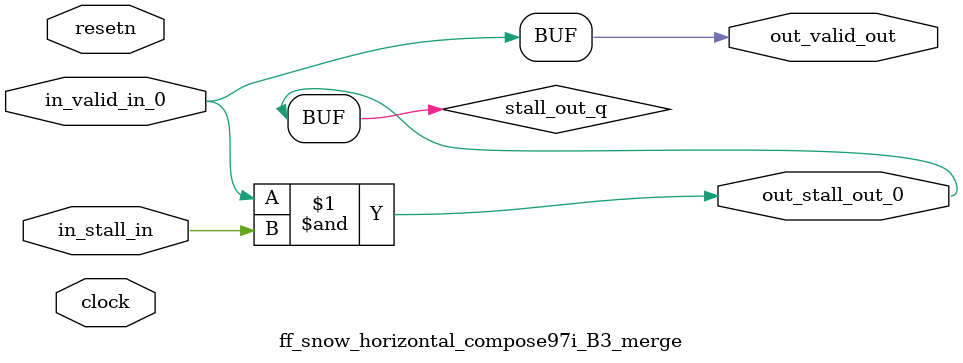
<source format=sv>



(* altera_attribute = "-name AUTO_SHIFT_REGISTER_RECOGNITION OFF; -name MESSAGE_DISABLE 10036; -name MESSAGE_DISABLE 10037; -name MESSAGE_DISABLE 14130; -name MESSAGE_DISABLE 14320; -name MESSAGE_DISABLE 15400; -name MESSAGE_DISABLE 14130; -name MESSAGE_DISABLE 10036; -name MESSAGE_DISABLE 12020; -name MESSAGE_DISABLE 12030; -name MESSAGE_DISABLE 12010; -name MESSAGE_DISABLE 12110; -name MESSAGE_DISABLE 14320; -name MESSAGE_DISABLE 13410; -name MESSAGE_DISABLE 113007; -name MESSAGE_DISABLE 10958" *)
module ff_snow_horizontal_compose97i_B3_merge (
    input wire [0:0] in_stall_in,
    input wire [0:0] in_valid_in_0,
    output wire [0:0] out_stall_out_0,
    output wire [0:0] out_valid_out,
    input wire clock,
    input wire resetn
    );

    wire [0:0] stall_out_q;


    // stall_out(LOGICAL,6)
    assign stall_out_q = in_valid_in_0 & in_stall_in;

    // out_stall_out_0(GPOUT,4)
    assign out_stall_out_0 = stall_out_q;

    // out_valid_out(GPOUT,5)
    assign out_valid_out = in_valid_in_0;

endmodule

</source>
